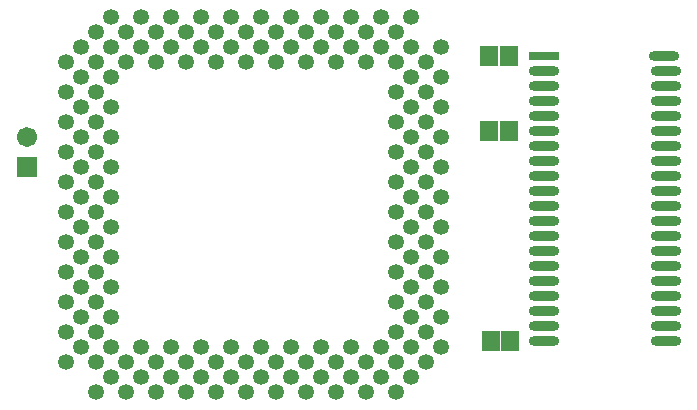
<source format=gts>
G04 Layer_Color=20142*
%FSLAX24Y24*%
%MOIN*%
G70*
G01*
G75*
%ADD24O,0.1025X0.0316*%
%ADD25R,0.1025X0.0316*%
%ADD26R,0.0612X0.0651*%
%ADD27C,0.0530*%
%ADD28C,0.0670*%
%ADD29R,0.0670X0.0670*%
D24*
X33250Y28950D02*
D03*
Y29450D02*
D03*
Y29950D02*
D03*
Y30450D02*
D03*
Y30950D02*
D03*
Y31450D02*
D03*
Y31950D02*
D03*
Y32450D02*
D03*
Y32950D02*
D03*
Y33450D02*
D03*
Y33950D02*
D03*
Y34450D02*
D03*
Y34950D02*
D03*
Y35450D02*
D03*
Y35950D02*
D03*
Y36450D02*
D03*
Y36950D02*
D03*
Y37450D02*
D03*
X33200Y37950D02*
D03*
X33250Y28450D02*
D03*
X29200D02*
D03*
Y28950D02*
D03*
Y29450D02*
D03*
Y29950D02*
D03*
Y30450D02*
D03*
Y30950D02*
D03*
Y31450D02*
D03*
Y31950D02*
D03*
Y32450D02*
D03*
Y32950D02*
D03*
Y33450D02*
D03*
Y33950D02*
D03*
Y34450D02*
D03*
Y34950D02*
D03*
Y35450D02*
D03*
Y35950D02*
D03*
Y36450D02*
D03*
Y36950D02*
D03*
Y37450D02*
D03*
D25*
Y37950D02*
D03*
D26*
X27375Y35450D02*
D03*
X28025D02*
D03*
X27375Y37950D02*
D03*
X28025D02*
D03*
X27425Y28450D02*
D03*
X28075D02*
D03*
D27*
X25748Y33242D02*
D03*
X24748D02*
D03*
X25748Y34242D02*
D03*
X24748D02*
D03*
X25748Y35242D02*
D03*
X24748D02*
D03*
X25748Y36242D02*
D03*
X24748D02*
D03*
X25748Y37242D02*
D03*
X24748D02*
D03*
X25748Y38242D02*
D03*
X24748Y39242D02*
D03*
Y38242D02*
D03*
X23748Y39242D02*
D03*
Y38242D02*
D03*
X22748Y39242D02*
D03*
Y38242D02*
D03*
X21748Y39242D02*
D03*
Y38242D02*
D03*
X20748Y39242D02*
D03*
Y38242D02*
D03*
X19748Y39242D02*
D03*
Y38242D02*
D03*
X18748Y39242D02*
D03*
Y38242D02*
D03*
X17748Y39242D02*
D03*
Y38242D02*
D03*
X16748Y39242D02*
D03*
Y38242D02*
D03*
X15748Y39242D02*
D03*
Y38242D02*
D03*
X14748Y39242D02*
D03*
X13748Y38242D02*
D03*
X14748D02*
D03*
X13748Y37242D02*
D03*
X14748D02*
D03*
X13748Y36242D02*
D03*
X14748D02*
D03*
X13748Y35242D02*
D03*
X14748D02*
D03*
X13748Y34242D02*
D03*
X14748D02*
D03*
X13748Y33242D02*
D03*
X14748D02*
D03*
X13748Y32242D02*
D03*
X14748D02*
D03*
X13748Y31242D02*
D03*
X14748D02*
D03*
X13748Y30242D02*
D03*
X14748D02*
D03*
X13748Y29242D02*
D03*
X14748D02*
D03*
X13748Y28242D02*
D03*
X14748Y27242D02*
D03*
Y28242D02*
D03*
X15748Y27242D02*
D03*
Y28242D02*
D03*
X16748Y27242D02*
D03*
Y28242D02*
D03*
X17748Y27242D02*
D03*
Y28242D02*
D03*
X18748Y27242D02*
D03*
Y28242D02*
D03*
X19748Y27242D02*
D03*
Y28242D02*
D03*
X20748Y27242D02*
D03*
Y28242D02*
D03*
X21748Y27242D02*
D03*
Y28242D02*
D03*
X22748Y27242D02*
D03*
Y28242D02*
D03*
X23748Y27242D02*
D03*
Y28242D02*
D03*
X24748Y27242D02*
D03*
X25748Y28242D02*
D03*
X24748D02*
D03*
X25748Y29242D02*
D03*
X24748D02*
D03*
X25748Y30242D02*
D03*
X24748D02*
D03*
X25748Y31242D02*
D03*
X24748D02*
D03*
X25748Y32242D02*
D03*
X24748D02*
D03*
X25248Y32742D02*
D03*
X24248D02*
D03*
X25248Y33742D02*
D03*
X24248D02*
D03*
X25248Y34742D02*
D03*
X24248D02*
D03*
X25248Y35742D02*
D03*
X24248D02*
D03*
X25248Y36742D02*
D03*
X24248D02*
D03*
X25248Y37742D02*
D03*
X24248Y38742D02*
D03*
Y37742D02*
D03*
X23248Y38742D02*
D03*
Y37742D02*
D03*
X22248Y38742D02*
D03*
Y37742D02*
D03*
X21248Y38742D02*
D03*
Y37742D02*
D03*
X20248Y38742D02*
D03*
Y37742D02*
D03*
X19248Y38742D02*
D03*
Y37742D02*
D03*
X18248Y38742D02*
D03*
Y37742D02*
D03*
X17248Y38742D02*
D03*
Y37742D02*
D03*
X16248Y38742D02*
D03*
Y37742D02*
D03*
X15248Y38742D02*
D03*
Y37742D02*
D03*
X14248Y38742D02*
D03*
X13248Y37742D02*
D03*
X14248D02*
D03*
X13248Y36742D02*
D03*
X14248D02*
D03*
X13248Y35742D02*
D03*
X14248D02*
D03*
X13248Y34742D02*
D03*
X14248D02*
D03*
X13248Y33742D02*
D03*
X14248D02*
D03*
X13248Y32742D02*
D03*
X14248D02*
D03*
X13248Y31742D02*
D03*
X14248D02*
D03*
X13248Y30742D02*
D03*
X14248D02*
D03*
X13248Y29742D02*
D03*
X14248D02*
D03*
X13248Y28742D02*
D03*
X14248D02*
D03*
X13248Y27742D02*
D03*
X14248Y26742D02*
D03*
Y27742D02*
D03*
X15248Y26742D02*
D03*
Y27742D02*
D03*
X16248Y26742D02*
D03*
Y27742D02*
D03*
X17248Y26742D02*
D03*
Y27742D02*
D03*
X18248Y26742D02*
D03*
Y27742D02*
D03*
X19248Y26742D02*
D03*
Y27742D02*
D03*
X20248Y26742D02*
D03*
Y27742D02*
D03*
X21248Y26742D02*
D03*
Y27742D02*
D03*
X22248Y26742D02*
D03*
Y27742D02*
D03*
X23248Y26742D02*
D03*
Y27742D02*
D03*
X24248Y26742D02*
D03*
X25248Y27742D02*
D03*
X24248D02*
D03*
X25248Y28742D02*
D03*
X24248D02*
D03*
X25248Y29742D02*
D03*
X24248D02*
D03*
X25248Y30742D02*
D03*
X24248D02*
D03*
X25248Y31742D02*
D03*
X24248D02*
D03*
D28*
X11950Y35250D02*
D03*
D29*
Y34250D02*
D03*
M02*

</source>
